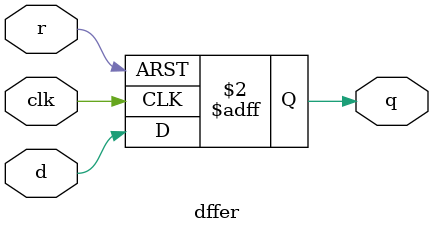
<source format=v>
module dffer (
    d,
    clk,
    r,
    q
);
    input d, clk, r;
    output q;

    reg q;

    always @(posedge clk or posedge r)
    begin
        if (r)
            q = 0;
        else
            q = d;
    end 
endmodule
</source>
